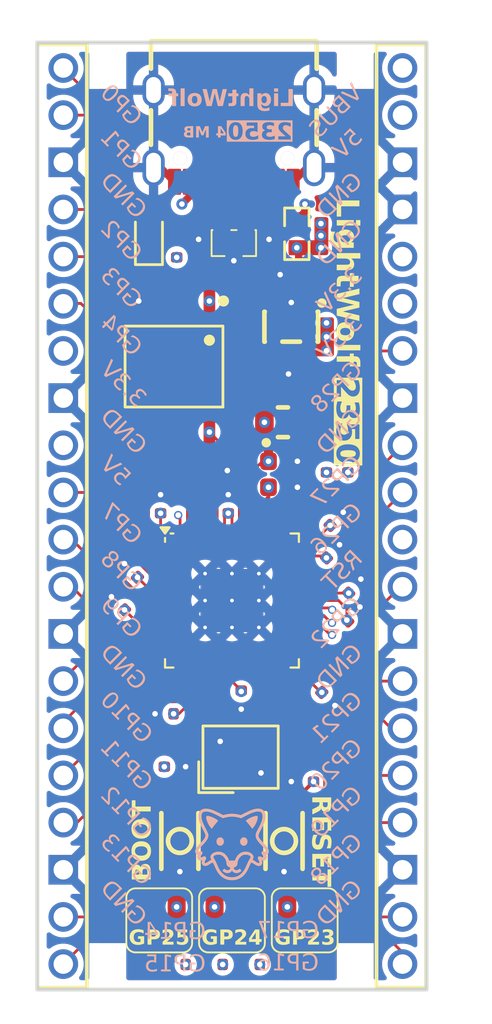
<source format=kicad_pcb>
(kicad_pcb (version 20241229) (generator "pcbnew") (generator_version "9.0")
  (layers (0 "F.Cu" signal) (4 "In1.Cu" signal) (6 "In2.Cu" signal) (2 "B.Cu" signal) (13 "F.Paste" user) (15 "B.Paste" user) (5 "F.SilkS" user "F.Silkscreen") (7 "B.SilkS" user "B.Silkscreen") (1 "F.Mask" user) (3 "B.Mask" user) (25 "Edge.Cuts" user))
  (net 0 "")
  (net 1 "GND")
  (net 2 "+1V1")
  (net 3 "+5V")
  (net 5 "Net-(USBC1-CC1)")
  (net 6 "Net-(USBC1-CC2)")
  (net 9 "Net-(U4-VREG_LX)")
  (net 10 "Net-(U4-RUN)")
  (net 11 "Net-(U4-USB_DP)")
  (net 12 "Net-(U4-USB_DM)")
  (net 13 "Net-(U4-VREG_AVDD)")
  (net 14 "Net-(R1-Pad1)")
  (net 16 "Net-(BOOT1-Pad1)")
  (net 17 "+3V3")
  (net 18 "/XIN")
  (net 19 "/XOUT")
  (net 20 "/USBDN")
  (net 21 "/USBDP")
  (net 22 "/RUN")
  (net 23 "/GP8")
  (net 25 "/GP7")
  (net 26 "/GP1")
  (net 27 "/GP12")
  (net 28 "/GP2")
  (net 29 "/GP0")
  (net 31 "/GP11")
  (net 32 "/GP10")
  (net 33 "/GP4")
  (net 34 "/GP3")
  (net 35 "/GP13")
  (net 36 "/GP9")
  (net 37 "/GP15")
  (net 38 "/GP14")
  (net 39 "/QSPI_SP1")
  (net 40 "/QSPI_SP0")
  (net 41 "/QSPI_SP3")
  (net 42 "/QSPI_SP2")
  (net 43 "/QSPI_CLK")
  (net 44 "/GP26")
  (net 45 "/GP21")
  (net 46 "/GP28")
  (net 47 "/GP16")
  (net 48 "/GP18")
  (net 49 "/GP27")
  (net 50 "/GP17")
  (net 51 "/GP22")
  (net 52 "/GP19")
  (net 53 "/GP20")
  (net 54 "/QSPI_SS")
  (net 55 "USBVBUS")
  (net 56 "Net-(D2-Pad2)")
  (net 57 "Net-(D4-Pad2)")
  (net 58 "Net-(D5-Pad2)")
  (net 59 "Net-(U4-GPIO25)")
  (net 60 "Net-(U4-GPIO24)")
  (net 61 "Net-(U4-GPIO23)")
  (net 64 "Net-(D3-Pad2)")
  (footprint "PCM_JLCPCB:Hole_Tooling_JLCPCB" (layer "F.Cu") (at 139.7 72)
    (property "Reference" "H1" (hide yes))
    (property "Value" "~" (hide yes))
  )
  (footprint "PCM_JLCPCB:R_0402" (layer "F.Cu") (at 142.75 110 -90)
    (property "Reference" "R8" (hide yes))
    (property "Value" "1kΩ" (hide yes))
  )
  (footprint "PCM_JLCPCB:C_0402" (layer "F.Cu") (at 146.2 95.35 90)
    (property "Reference" "C1" (hide yes))
    (property "Value" "470nF")
  )
  (footprint "easyeda2kicad:USB-C_SMD-TYPE-C-31-M-12_1" (layer "F.Cu") (at 146.5 75.5275 180)
    (property "Reference" "USBC1" (hide yes))
    (property "Value" "TYPE-C-31-M-12")
  )
  (footprint "PCM_JLCPCB:R_0402" (layer "F.Cu") (at 144.6 80.6 -90)
    (property "Reference" "R2" (hide yes))
    (property "Value" "5.1kΩ" (hide yes))
  )
  (footprint "easyeda2kicad:SW-SMD_L3.0-W2.0-LS3.5" (layer "F.Cu") (at 143.59 113.5 -90)
    (property "Reference" "BOOT1" (hide yes))
    (property "Value" "1TS015A-1400-0600-CT")
  )
  (footprint "PCM_JLCPCB:C_0402" (layer "F.Cu") (at 151.6 105.85 -45)
    (property "Reference" "C5" (hide yes))
    (property "Value" "100nF")
  )
  (footprint "PCM_JLCPCB:C_0603" (layer "F.Cu") (at 149.15 93.05)
    (property "Reference" "C18" (hide yes))
    (property "Value" "4.7uF")
  )
  (footprint "PCM_JLCPCB:D_0603" (layer "F.Cu") (at 141.92 80.97 90)
    (property "Reference" "D2" (hide yes))
    (property "Value" "White")
  )
  (footprint "PCM_JLCPCB:R_0402" (layer "F.Cu") (at 149.6 107.75 90)
    (property "Reference" "R1" (hide yes))
    (property "Value" "1kΩ" (hide yes))
  )
  (footprint "easyeda2kicad:R0603" (layer "F.Cu") (at 149.9 80.8 -90)
    (property "Reference" "U2" (hide yes))
    (property "Value" "0603L100SLYR")
  )
  (footprint "PCM_JLCPCB:R_0402" (layer "F.Cu") (at 143.42 81.57 90)
    (property "Reference" "R4" (hide yes))
    (property "Value" "470Ω" (hide yes))
  )
  (footprint "PCM_JLCPCB:D_0805" (layer "F.Cu") (at 142.475 117.05 180)
    (property "Reference" "D3" (hide yes))
    (property "Value" "Yellow" (hide yes))
  )
  (footprint "PCM_JLCPCB:C_0402" (layer "F.Cu") (at 151.85 97.9 45)
    (property "Reference" "C7" (hide yes))
    (property "Value" "100nF")
  )
  (footprint "PCM_JLCPCB:C_0402" (layer "F.Cu") (at 143.9 110 90)
    (property "Reference" "C10" (hide yes))
    (property "Value" "15pF")
  )
  (footprint "PCM_JLCPCB:R_0402" (layer "F.Cu") (at 151.5 94.15 -90)
    (property "Reference" "R9" (hide yes))
    (property "Value" "33Ω" (hide yes))
  )
  (footprint "PCM_JLCPCB:C_0402" (layer "F.Cu") (at 152.65 94.15 -90)
    (property "Reference" "C19" (hide yes))
    (property "Value" "4.7uF")
  )
  (footprint "PCM_JLCPCB:C_0402" (layer "F.Cu") (at 153 101.3 45)
    (property "Reference" "C6" (hide yes))
    (property "Value" "100nF")
  )
  (footprint "PCM_JLCPCB:Hole_Tooling_JLCPCB" (layer "F.Cu") (at 153.05 72)
    (property "Reference" "H3" (hide yes))
    (property "Value" "~" (hide yes))
  )
  (footprint "PCM_JLCPCB:C_0402" (layer "F.Cu") (at 146.9 105.9 -90)
    (property "Reference" "C14" (hide yes))
    (property "Value" "100nF")
  )
  (footprint "PCM_JLCPCB:C_0402" (layer "F.Cu") (at 140.95 98.95 135)
    (property "Reference" "C13" (hide yes))
    (property "Value" "100nF")
  )
  (footprint "PCM_JLCPCB:Hole_Tooling_JLCPCB" (layer "F.Cu") (at 139.7 120)
    (property "Reference" "H2" (hide yes))
    (property "Value" "~" (hide yes))
  )
  (footprint "easyeda2kicad:SC-70-3_L2.0-W1.3-P0.65-LS2.1-BL" (layer "F.Cu") (at 146.5 81.3 180)
    (property "Reference" "D1" (hide yes))
    (property "Value" "TPD2E2U06DCKR")
  )
  (footprint "PCM_JLCPCB:C_0402" (layer "F.Cu") (at 149.95 88.35 180)
    (property "Reference" "C12" (hide yes))
    (property "Value" "10uF")
  )
  (footprint "easyeda2kicad:IND-SMD_L2.0-W1.6_AOTA-B201610S3R3-101-T" (layer "F.Cu") (at 149.15 90.95 180)
    (property "Reference" "L1" (hide yes))
    (property "Value" "AOTA-B201610S3R3-101-T")
  )
  (footprint "PCM_JLCPCB:R_0402" (layer "F.Cu") (at 150.8 109.8 -90)
    (property "Reference" "R13" (hide yes))
    (property "Value" "5.1kΩ" (hide yes))
  )
  (footprint "PCM_JLCPCB:C_0402" (layer "F.Cu") (at 142.55 95.35 90)
    (property "Reference" "C2" (hide yes))
    (property "Value" "100nF")
  )
  (footprint "PCM_JLCPCB:Hole_Tooling_JLCPCB" (layer "F.Cu") (at 153.05 120)
    (property "Reference" "H4" (hide yes))
    (property "Value" "~" (hide yes))
  )
  (footprint "PCM_JLCPCB:C_0402" (layer "F.Cu") (at 153.05 99.8 45)
    (property "Reference" "C15" (hide yes))
    (property "Value" "100nF")
  )
  (footprint "PCM_JLCPCB:R_0402" (layer "F.Cu") (at 147.6 88.75 -90)
    (property "Reference" "R7" (hide yes))
    (property "Value" "33Ω" (hide yes))
  )
  (footprint "PCM_JLCPCB:R_0402" (layer "F.Cu") (at 146.65 88.75 -90)
    (property "Reference" "R6" (hide yes))
    (property "Value" "33Ω" (hide yes))
  )
  (footprint "PCM_JLCPCB:C_0402" (layer "F.Cu") (at 146.15 93.05 -90)
    (property "Reference" "C16" (hide yes))
    (property "Value" "100nF")
  )
  (footprint "PCM_JLCPCB:C_0402" (layer "F.Cu") (at 149.5 83 180)
    (property "Reference" "C9" (hide yes))
    (property "Value" "10uF")
  )
  (footprint "easyeda2kicad:SOT-25_L3.0-W1.6-P0.95-LS2.8-TL" (layer "F.Cu") (at 149.6 85.8 -90)
    (property "Reference" "Q1" (hide yes))
    (property "Value" "XC6220B331MR-G")
  )
  (footprint "PCM_JLCPCB:R_0402" (layer "F.Cu") (at 148.4 120.15 180)
    (property "Reference" "R12" (hide yes))
    (property "Value" "470Ω" (hide yes))
  )
  (footprint "PCM_JLCPCB:R_0402" (layer "F.Cu") (at 148.4 80.6 90)
    (property "Reference" "R3" (hide yes))
    (property "Value" "5.1kΩ" (hide yes))
  )
  (footprint "PCM_JLCPCB:C_0402" (layer "F.Cu") (at 142.75 106.65 180)
    (property "Reference" "C4" (hide yes))
    (property "Value" "100nF")
  )
  (footprint "easyeda2kicad:SW-SMD_L3.0-W2.0-LS3.5" (layer "F.Cu") (at 149.21 113.5 -90)
    (property "Reference" "RESET1" (hide yes))
    (property "Value" "1TS015A-1400-0600-CT")
  )
  (footprint "easyeda2kicad:CRYSTAL-SMD_4P-L3.2-W2.5-BL" (layer "F.Cu") (at 146.865 108.985)
    (property "Reference" "U1" (hide yes))
    (property "Value" "ABM8-272-T3_C20625731")
  )
  (footprint "Package_DFN_QFN:QFN-60-1EP_7x7mm_P0.4mm_EP3.4x3.4mm_ThermalVias" (layer "F.Cu") (at 146.4 100.55)
    (property "Reference" "U4" (hide yes))
    (property "Value" "RP2350A_C42411118")
  )
  (footprint "PCM_JLCPCB:R_0402" (layer "F.Cu") (at 146.4 120.15 180)
    (property "Reference" "R11" (hide yes))
    (property "Value" "470Ω" (hide yes))
  )
  (footprint "easyeda2kicad:HDR-TH_20P-P2.54-V-M" (layer "F.Cu") (at 155.6 96 90)
    (property "Reference" "U6" (hide yes))
    (property "Value" "DS1021-1X20SF11-B")
  )
  (footprint "PCM_JLCPCB:R_0402" (layer "F.Cu") (at 144.4 120.15 180)
    (property "Reference" "R10" (hide yes))
    (property "Value" "470Ω" (hide yes))
  )
  (footprint "PCM_JLCPCB:C_0603" (layer "F.Cu") (at 149.15 94.45)
    (property "Reference" "C17" (hide yes))
    (property "Value" "4.7uF")
  )
  (footprint "PCM_JLCPCB:C_0402" (layer "F.Cu") (at 149.6 109.8 -90)
    (property "Reference" "C11" (hide yes))
    (property "Value" "15pF")
  )
  (footprint "PCM_JLCPCB:D_0805" (layer "F.Cu") (at 146.4 117.05)
    (property "Reference" "D4" (hide yes))
    (property "Value" "Green" (hide yes))
  )
  (footprint "easyeda2kicad:SOIC-8_L5.3-W5.3-P1.27-LS8.0-BL" (layer "F.Cu") (at 143.2725 87.95 180)
    (property "Reference" "U3" (hide yes))
    (property "Value" "W25Q64JVSSIQ_C179171")
  )
  (footprint "PCM_JLCPCB:C_0402" (layer "F.Cu") (at 152.05 96.15 45)
    (property "Reference" "C8" (hide yes))
    (property "Value" "100nF")
  )
  (footprint "easyeda2kicad:HDR-TH_20P-P2.54-V-M" (layer "F.Cu") (at 137.3 96 90)
    (property "Reference" "U5" (hide yes))
    (property "Value" "DS1021-1X20SF11-B")
  )
  (footprint "PCM_JLCPCB:D_0805" (layer "F.Cu") (at 150.325 117.05)
    (property "Reference" "D5" (hide yes))
    (property "Value" "Green" (hide yes))
  )
  (footprint "PCM_JLCPCB:C_0402" (layer "F.Cu") (at 140.25 100.7 135)
    (property "Reference" "C3" (hide yes))
    (property "Value" "100nF")
  )
  (footprint "LOGO" (layer "B.Cu") (at 146.395182 113.7 180)
    (property "Reference" "G***" (hide yes))
    (property "Value" "LOGO" (hide yes))
  )
  (gr_arc (start 144.625 116.55) (mid 144.771447 116.196447) (end 145.125 116.05) (stroke (width 0.1)) (layer "F.SilkS"))
  (gr_arc (start 140.7 116.55) (mid 140.846447 116.196447) (end 141.2 116.05) (stroke (width 0.1)) (layer "F.SilkS"))
  (gr_arc (start 152.1 119) (mid 151.953553 119.353553) (end 151.6 119.5) (stroke (width 0.1)) (layer "F.SilkS"))
  (gr_line (start 145.125 116.05) (end 147.675 116.05) (stroke (width 0.1)) (layer "F.SilkS"))
  (gr_line (start 148.55 119) (end 148.55 116.55) (stroke (width 0.1)) (layer "F.SilkS"))
  (gr_arc (start 144.25 119) (mid 144.103553 119.353553) (end 143.75 119.5) (stroke (width 0.1)) (layer "F.SilkS"))
  (gr_arc (start 145.125 119.5) (mid 144.771447 119.353553) (end 144.625 119) (stroke (width 0.1)) (layer "F.SilkS"))
  (gr_line (start 148.175 116.55) (end 148.175 119) (stroke (width 0.1)) (layer "F.SilkS"))
  (gr_line (start 151.6 119.5) (end 149.05 119.5) (stroke (width 0.1)) (layer "F.SilkS"))
  (gr_line (start 149.05 116.05) (end 151.6 116.05) (stroke (width 0.1)) (layer "F.SilkS"))
  (gr_arc (start 147.675 116.05) (mid 148.028553 116.196447) (end 148.175 116.55) (stroke (width 0.1)) (layer "F.SilkS"))
  (gr_arc (start 143.75 116.05) (mid 144.103553 116.196447) (end 144.25 116.55) (stroke (width 0.1)) (layer "F.SilkS"))
  (gr_arc (start 141.2 119.5) (mid 140.846447 119.353553) (end 140.7 119) (stroke (width 0.1)) (layer "F.SilkS"))
  (gr_arc (start 149.05 119.5) (mid 148.696447 119.353553) (end 148.55 119) (stroke (width 0.1)) (layer "F.SilkS"))
  (gr_arc (start 148.55 116.55) (mid 148.696447 116.196447) (end 149.05 116.05) (stroke (width 0.1)) (layer "F.SilkS"))
  (gr_line (start 152.1 116.55) (end 152.1 119) (stroke (width 0.1)) (layer "F.SilkS"))
  (gr_line (start 141.2 116.05) (end 143.75 116.05) (stroke (width 0.1)) (layer "F.SilkS"))
  (gr_line (start 140.7 119) (end 140.7 116.55) (stroke (width 0.1)) (layer "F.SilkS"))
  (gr_line (start 144.625 119) (end 144.625 116.55) (stroke (width 0.1)) (layer "F.SilkS"))
  (gr_line (start 144.25 116.55) (end 144.25 119) (stroke (width 0.1)) (layer "F.SilkS"))
  (gr_arc (start 151.6 116.05) (mid 151.953553 116.196447) (end 152.1 116.55) (stroke (width 0.1)) (layer "F.SilkS"))
  (gr_line (start 143.75 119.5) (end 141.2 119.5) (stroke (width 0.1)) (layer "F.SilkS"))
  (gr_line (start 147.675 119.5) (end 145.125 119.5) (stroke (width 0.1)) (layer "F.SilkS"))
  (gr_arc (start 148.175 119) (mid 148.028553 119.353553) (end 147.675 119.5) (stroke (width 0.1)) (layer "F.SilkS"))
  (gr_rect (start 135.9 70.5) (end 156.9 121.5) (stroke (width 0.2)) (fill no) (layer "Edge.Cuts"))
  (gr_text "2350" (at 152.55 88.55 270) (layer "F.SilkS" knockout) (effects (font (size 1.2 1.2)) (justify left)))
  (gr_text "LightWolf" (at 152.55 78.85 270) (layer "F.SilkS") (effects (font (size 1.2 1.2) (thickness 0.1625)) (justify left)))
  (gr_text "RESET" (at 151.15 113.5 270) (layer "F.SilkS") (effects (font (size 1 1) (thickness 0.25) (bold yes))))
  (gr_text "GP25" (at 142.475 118.75 0) (layer "F.SilkS") (effects (font (size 0.8 0.8) (thickness 0.1875))))
  (gr_text "GP23" (at 150.325 118.75 0) (layer "F.SilkS") (effects (font (size 0.8 0.8) (thickness 0.1875))))
  (gr_text "BOOT" (at 141.6 113.5 90) (layer "F.SilkS") (effects (font (size 1 1) (thickness 0.25) (bold yes))))
  (gr_text "GP24" (at 146.4 118.75 0) (layer "F.SilkS") (effects (font (size 0.8 0.8) (thickness 0.1875))))
  (gr_text "3.3V" (at 153.25 85.4 45) (layer "B.SilkS") (effects (font (size 0.9 0.9) (thickness 0.125)) (justify left mirror)))
  (gr_text "GP8" (at 139.5 98.1 315) (layer "B.SilkS") (effects (font (size 0.9 0.9) (thickness 0.125)) (justify right mirror)))
  (gr_text "GP28" (at 153.25 87.9 45) (layer "B.SilkS") (effects (font (size 0.9 0.9) (thickness 0.125)) (justify left mirror)))
  (gr_text "GND" (at 153.25 103.15 45) (layer "B.SilkS") (effects (font (size 0.9 0.9) (thickness 0.125)) (justify left mirror)))
  (gr_text "GP10" (at 139.5 105.7 315) (layer "B.SilkS") (effects (font (size 0.9 0.9) (thickness 0.125)) (justify right mirror)))
  (gr_text "GP27" (at 153.25 93 45) (layer "B.SilkS") (effects (font (size 0.9 0.9) (thickness 0.125)) (justify left mirror)))
  (gr_text "GP21" (at 153.25 105.7 45) (layer "B.SilkS") (effects (font (size 0.9 0.9) (thickness 0.125)) (justify left mirror)))
  (gr_text "GP16" (at 147.75 120.1 0) (layer "B.SilkS") (effects (font (size 0.9 0.9) (thickness 0.125)) (justify right mirror)))
  (gr_text "GP4" (at 139.5 85.4 315) (layer "B.SilkS") (effects (font (size 0.9 0.9) (thickness 0.125)) (justify right mirror)))
  (gr_text "GP1" (at 139.5 75.4 315) (layer "B.SilkS") (effects (font (size 0.9 0.9) (thickness 0.125)) (justify right mirror)))
  (gr_text "GND" (at 139.5 77.75 315) (layer "B.SilkS") (effects (font (size 0.9 0.9) (thickness 0.125)) (justify right mirror)))
  (gr_text "LightWolf" (at 149.798835 73.55 0) (layer "B.SilkS") (effects (font (size 0.9 0.9) (thickness 0.1625)) (justify left mirror)))
  (gr_text "3.3V" (at 139.5 87.9 315) (layer "B.SilkS") (effects (font (size 0.9 0.9) (thickness 0.125)) (justify right mirror)))
  (gr_text "GP19" (at 153.25 110.8 45) (layer "B.SilkS") (effects (font (size 0.9 0.9) (thickness 0.125)) (justify left mirror)))
  (gr_text "GP20" (at 153.25 108.25 45) (layer "B.SilkS") (effects (font (size 0.9 0.9) (thickness 0.125)) (justify left mirror)))
  (gr_text "GP3" (at 139.5 82.85 315) (layer "B.SilkS") (effects (font (size 0.9 0.9) (thickness 0.125)) (justify right mirror)))
  (gr_text "GND" (at 153.25 80.3 45) (layer "B.SilkS") (effects (font (size 0.9 0.9) (thickness 0.125)) (justify left mirror)))
  (gr_text "VBUS" (at 153.25 73 45) (layer "B.SilkS") (effects (font (size 0.9 0.9) (thickness 0.125)) (justify left mirror)))
  (gr_text "GP0" (at 139.5 73 315) (layer "B.SilkS") (effects (font (size 0.9 0.9) (thickness 0.125)) (justify right mirror)))
  (gr_text "GP12" (at 139.5 110.8 315) (layer "B.SilkS") (effects (font (size 0.9 0.9) (thickness 0.125)) (justify right mirror)))
  (gr_text "GP22" (at 153.25 100.6 45) (layer "B.SilkS") (effects (font (size 0.9 0.9) (thickness 0.125)) (justify left mirror)))
  (gr_text "GND" (at 139.5 90.45 315) (layer "B.SilkS") (effects (font (size 0.9 0.9) (thickness 0.125)) (justify right mirror)))
  (gr_text "RST" (at 153.25 98.1 45) (layer "B.SilkS") (effects (font (size 0.9 0.9) (thickness 0.125)) (justify left mirror)))
  (gr_text "GP15" (at 141.65 120.15 0) (layer "B.SilkS") (effects (font (size 0.9 0.9) (thickness 0.125)) (justify right mirror)))
  (gr_text "GND" (at 139.5 115.85 315) (layer "B.SilkS") (effects (font (size 0.9 0.9) (thickness 0.125)) (justify right mirror)))
  (gr_text "GND" (at 153.25 77.75 45) (layer "B.SilkS") (effects (font (size 0.9 0.9) (thickness 0.125)) (justify left mirror)))
  (gr_text "3.3V" (at 153.25 82.85 45) (layer "B.SilkS") (effects (font (size 0.9 0.9) (thickness 0.125)) (justify left mirror)))
  (gr_text "GP9" (at 139.5 100.6 315) (layer "B.SilkS") (effects (font (size 0.9 0.9) (thickness 0.125)) (justify right mirror)))
  (gr_text "GP17" (at 147.75 118.35 0) (layer "B.SilkS") (effects (font (size 0.9 0.9) (thickness 0.125)) (justify right mirror)))
  (gr_text "GP2" (at 139.5 80.3 315) (layer "B.SilkS") (effects (font (size 0.9 0.9) (thickness 0.125)) (justify right mirror)))
  (gr_text "GND" (at 153.25 90.45 45) (layer "B.SilkS") (effects (font (size 0.9 0.9) (thickness 0.125)) (justify left mirror)))
  (gr_text "GND" (at 139.5 103.15 315) (layer "B.SilkS") (effects (font (size 0.9 0.9) (thickness 0.125)) (justify right mirror)))
  (gr_text "GP11" (at 139.5 108.25 315) (layer "B.SilkS") (effects (font (size 0.9 0.9) (thickness 0.125)) (justify right mirror)))
  (gr_text "GP18" (at 153.25 113.35 45) (layer "B.SilkS") (effects (font (size 0.9 0.9) (thickness 0.125)) (justify left mirror)))
  (gr_text "5V" (at 153.25 75.4 45) (layer "B.SilkS") (effects (font (size 0.9 0.9) (thickness 0.125)) (justify left mirror)))
  (gr_text "GP14" (at 141.65 118.4 0) (layer "B.SilkS") (effects (font (size 0.9 0.9) (thickness 0.125)) (justify right mirror)))
  (gr_text "2350" (at 149.667056 75.35 0) (layer "B.SilkS" knockout) (effects (font (size 0.9 0.9)) (justify left mirror)))
  (gr_text "GP13" (at 139.5 113.35 315) (layer "B.SilkS") (effects (font (size 0.9 0.9) (thickness 0.125)) (justify right mirror)))
  (gr_text "GND" (at 153.25 115.85 45) (layer "B.SilkS") (effects (font (size 0.9 0.9) (thickness 0.125)) (justify left mirror)))
  (gr_text "5V" (at 139.5 93 315) (layer "B.SilkS") (effects (font (size 0.9 0.9) (thickness 0.125)) (justify right mirror)))
  (gr_text "GP26" (at 153.25 95.55 45) (layer "B.SilkS") (effects (font (size 0.9 0.9) (thickness 0.125)) (justify left mirror)))
  (gr_text "4 MB" (at 146.1 75.716763 0) (layer "B.SilkS") (effects (font (size 0.6 0.6) (thickness 0.1) (bold yes)) (justify left bottom mirror)))
  (gr_text "GP7" (at 139.5 95.55 315) (layer "B.SilkS") (effects (font (size 0.9 0.9) (thickness 0.125)) (justify right mirror)))
  (segment (start 146.6125 100.55) (end 146.6 100.55) (width 0.2) (layer "F.Cu") (net 1))
  (segment (start 146.6125 100.5625) (end 146.6125 100.55) (width 0.2) (layer "F.Cu") (net 1))
  (segment (start 142.54 77.2375) (end 143.3 77.9975) (width 0.4) (layer "F.Cu") (net 1))
  (segment (start 149.6 110.3) (end 149.6 110.25) (width 0.2) (layer "F.Cu") (net 1))
  (segment (start 148.8 96.05) (end 149.93 94.92) (width 0.2) (layer "F.Cu") (net 1))
  (segment (start 148.8 97.1) (end 148.8 96.05) (width 0.2) (layer "F.Cu") (net 1))
  (segment (start 150.46 77.2375) (end 149.7 77.9975) (width 0.4) (layer "F.Cu") (net 1))
  (segment (start 149.93 94.92) (end 149.93 94.45) (width 0.2) (layer "F.Cu") (net 1))
  (segment (start 142.17 77.2375) (end 142.54 77.2375) (width 0.4) (layer "F.Cu") (net 1))
  (segment (start 146.6125 100.5375) (end 146.6125 100.55) (width 0.2) (layer "F.Cu") (net 1))
  (segment (start 150.83 77.2375) (end 150.46 77.2375) (width 0.4) (layer "F.Cu") (net 1))
  (via (at 146.2 94.85) (size 0.6) (drill 0.3) (layers "F.Cu" "B.Cu") (net 1))
  (via (at 143.9 109.5) (size 0.6) (drill 0.3) (layers "F.Cu" "B.Cu") (net 1))
  (via (at 148.4 81.1) (size 0.6) (drill 0.3) (layers "F.Cu" "B.Cu") (net 1))
  (via (at 149.93 94.45) (size 0.6) (drill 0.3) (layers "F.Cu" "B.Cu") (net 1))
  (via (at 153.303553 100.896447) (size 0.6) (drill 0.3) (layers "F.Cu" "B.Cu") (net 1))
  (via (at 151.953553 106.203553) (size 0.6) (drill 0.3) (layers "F.Cu" "B.Cu") (net 1))
  (via (at 149.6 110.3) (size 0.6) (drill 0.3) (layers "F.Cu" "B.Cu") (net 1))
  (via (at 152.403553 95.796447) (size 0.6) (drill 0.3) (layers "F.Cu" "B.Cu") (net 1))
  (via (at 146.9 106.4) (size 0.6) (drill 0.3) (layers "F.Cu" "B.Cu") (net 1))
  (via (at 139.896447 100.346447) (size 0.6) (drill 0.3) (layers "F.Cu" "B.Cu") (net 1))
  (via (at 147.965 109.835) (size 0.6) (drill 0.3) (layers "F.Cu" "B.Cu") (net 1))
  (via (at 141.3725 84.42) (size 0.6) (drill 0.3) (layers "F.Cu" "B.Cu") (net 1))
  (via (at 153.353553 99.396447) (size 0.6) (drill 0.3) (layers "F.Cu" "B.Cu") (net 1))
  (via (at 149.21 115.15) (size 0.6) (drill 0.3) (layers "F.Cu" "B.Cu") (net 1))
  (via (at 143.59 115.15) (size 0.6) (drill 0.3) (layers "F.Cu" "B.Cu") (net 1))
  (via (at 144.6 81.1) (size 0.6) (drill 0.3) (layers "F.Cu" "B.Cu") (net 1))
  (via (at 152.203553 97.546447) (size 0.6) (drill 0.3) (layers "F.Cu" "B.Cu") (net 1))
  (via (at 142.25 106.65) (size 0.6) (drill 0.3) (layers "F.Cu" "B.Cu") (net 1))
  (via (at 149 83) (size 0.6) (drill 0.3) (layers "F.Cu" "B.Cu") (net 1))
  (via (at 149.93 93.05) (size 0.6) (drill 0.3) (layers "F.Cu" "B.Cu") (net 1))
  (via (at 142.55 94.85) (size 0.6) (drill 0.3) (layers "F.Cu" "B.Cu") (net 1))
  (via (at 149.6 84.5) (size 0.6) (drill 0.3) (layers "F.Cu" "B.Cu") (net 1))
  (via (at 145.765 108.135) (size 0.6) (drill 0.3) (layers "F.Cu" "B.Cu") (net 1))
  (via (at 146.15 93.55) (size 0.6) (drill 0.3) (layers "F.Cu" "B.Cu") (net 1))
  (via (at 146.5 82.25) (size 0.6) (drill 0.3) (layers "F.Cu" "B.Cu") (net 1))
  (via (at 140.599206 98.563968) (size 0.6) (drill 0.3) (layers "F.Cu" "B.Cu") (net 1))
  (via (at 149.45 88.35) (size 0.6) (drill 0.3) (layers "F.Cu" "B.Cu") (net 1))
  (segment (start 146.4 104) (end 146.4 104.9) (width 0.15) (layer "F.Cu") (net 2))
  (segment (start 148.05 93.05) (end 148.37 93.05) (width 0.15) (layer "F.Cu") (net 2))
  (segment (start 152.692894 100.15) (end 149.85 100.15) (width 0.15) (layer "F.Cu") (net 2))
  (segment (start 146.4 104.9) (end 146.9 105.4) (width 0.15) (layer "F.Cu") (net 2))
  (segment (start 147.6 97.1) (end 147.6 93.5) (width 0.15) (layer "F.Cu") (net 2))
  (segment (start 147.6 93.5) (end 148.05 93.05) (width 0.15) (layer "F.Cu") (net 2))
  (segment (start 141.75 99.75) (end 142.95 99.75) (width 0.15) (layer "F.Cu") (net 2))
  (segment (start 152.696447 100.153553) (end 152.692894 100.15) (width 0.15) (layer "F.Cu") (net 2))
  (segment (start 141.303553 99.303553) (end 141.75 99.75) (width 0.15) (layer "F.Cu") (net 2))
  (via (at 152.696447 100.153553) (size 0.6) (drill 0.3) (layers "F.Cu" "B.Cu") (net 2))
  (via (at 148.37 93.05) (size 0.6) (drill 0.3) (layers "F.Cu" "B.Cu") (net 2))
  (via (at 146.9 105.45) (size 0.6) (drill 0.3) (layers "F.Cu" "B.Cu") (net 2))
  (via (at 141.303553 99.303553) (size 0.6) (drill 0.3) (layers "F.Cu" "B.Cu") (net 2))
  (via (at 148.15 90.95) (size 0.6) (drill 0.3) (layers "F.Cu" "B.Cu") (net 2))
  (segment (start 152.696447 100.153553) (end 152.692894 100.15) (width 0.3) (layer "B.Cu") (net 2))
  (segment (start 148.65 84.5) (end 148.65 84.048) (width 0.3) (layer "F.Cu") (net 3))
  (segment (start 148.65 84.048) (end 149.037 83.661) (width 0.3) (layer "F.Cu") (net 3))
  (segment (start 149.648999 83.661) (end 150 83.309999) (width 0.3) (layer "F.Cu") (net 3))
  (segment (start 150 83.309999) (end 150 83) (width 0.3) (layer "F.Cu") (net 3))
  (segment (start 150.55 83.55) (end 150.55 84.5) (width 0.4) (layer "F.Cu") (net 3))
  (segment (start 149.037 83.661) (end 149.648999 83.661) (width 0.3) (layer "F.Cu") (net 3))
  (segment (start 150 81.65) (end 149.9 81.55) (width 0.4) (layer "F.Cu") (net 3))
  (segment (start 150 83) (end 150 81.65) (width 0.4) (layer "F.Cu") (net 3))
  (segment (start 150 83) (end 150.55 83.55) (width 0.4) (layer "F.Cu") (net 3))
  (via (at 151.2 80.9) (size 0.6) (drill 0.3) (layers "F.Cu" "B.Cu") (net 3))
  (via (at 151.2 81.55) (size 0.6) (drill 0.3) (layers "F.Cu" "B.Cu") (net 3))
  (via (at 149.9 81.55) (size 0.6) (drill 0.3) (layers "F.Cu" "B.Cu") (net 3))
  (via (at 151.2 80.25) (size 0.6) (drill 0.3) (layers "F.Cu" "B.Cu") (net 3))
  (segment (start 147.75 77.9975) (end 147.75 79.45) (width 0.2) (layer "F.Cu") (net 5))
  (segment (start 147.75 79.45) (end 148.4 80.1) (width 0.2) (layer "F.Cu") (net 5))
  (segment (start 144.6 80) (end 144.761 79.839) (width 0.2) (layer "F.Cu") (net 6))
  (segment (start 144.761 79.839) (end 144.761 77.9975) (width 0.2) (layer "F.Cu") (net 6))
  (segment (start 144.6 80.1) (end 144.6 80) (width 0.2) (layer "F.Cu") (net 6))
  (segment (start 149.15 94.95) (end 149.15 94.75) (width 0.15) (layer "F.Cu") (net 9))
  (segment (start 148.4 95.7) (end 149.15 94.95) (width 0.15) (layer "F.Cu") (net 9))
  (segment (start 149.15 94.75) (end 149.15 91.95) (width 0.2) (layer "F.Cu") (net 9))
  (segment (start 150.15 90.95) (end 149.15 91.95) (width 0.3) (layer "F.Cu") (net 9))
  (segment (start 148.4 97.1) (end 148.4 95.7) (width 0.15) (layer "F.Cu") (net 9))
  (segment (start 149.802194 106.55) (end 148.553612 106.55) (width 0.15) (layer "F.Cu") (net 10))
  (segment (start 148.553612 106.55) (end 147.6 105.596388) (width 0.15) (layer "F.Cu") (net 10))
  (segment (start 150.8 107.547806) (end 149.802194 106.55) (width 0.15) (layer "F.Cu") (net 10))
  (segment (start 150.8 109.3) (end 150.8 107.547806) (width 0.15) (layer "F.Cu") (net 10))
  (segment (start 147.6 105.596388) (end 147.6 104) (width 0.15) (layer "F.Cu") (net 10))
  (segment (start 146.65 89.9) (end 146.65 89.25) (width 0.15) (layer "F.Cu") (net 11))
  (segment (start 146.8 97.1) (end 146.8 90.05) (width 0.15) (layer "F.Cu") (net 11))
  (segment (start 146.8 90.05) (end 146.65 89.9) (width 0.15) (layer "F.Cu") (net 11))
  (segment (start 147.2 97.1) (end 147.2 90.05) (width 0.15) (layer "F.Cu") (net 12))
  (segment (start 147.6 89.65) (end 147.6 89.25) (width 0.15) (layer "F.Cu") (net 12))
  (segment (start 147.2 90.05) (end 147.6 89.65) (width 0.15) (layer "F.Cu") (net 12))
  (segment (start 149.2 97.1) (end 149.2 96.45) (width 0.15) (layer "F.Cu") (net 13))
  (segment (start 151 94.65) (end 151.5 94.65) (width 0.15) (layer "F.Cu") (net 13))
  (segment (start 149.2 96.45) (end 151 94.65) (width 0.15) (layer "F.Cu") (net 13))
  (segment (start 148.08 108.25) (end 149.6 108.25) (width 0.15) (layer "F.Cu") (net 14))
  (segment (start 147.965 108.135) (end 148.08 108.25) (width 0.15) (layer "F.Cu") (net 14))
  (segment (start 142.75 110.5) (end 142.75 111.01) (width 0.15) (layer "F.Cu") (net 16))
  (segment (start 142.75 111.01) (end 143.59 111.85) (width 0.15) (layer "F.Cu") (net 16))
  (segment (start 149.2 104) (end 149.2 104.95) (width 0.15) (layer "F.Cu") (net 17))
  (segment (start 151.392894 98.15) (end 151.496447 98.253553) (width 0.15) (layer "F.Cu") (net 17))
  (segment (start 146 96.05) (end 146.2 95.85) (width 0.15) (layer "F.Cu") (net 17))
  (segment (start 150.55 87.1) (end 150.55 88.25) (width 0.3) (layer "F.Cu") (net 17))
  (segment (start 143.535554 106.65) (end 143.25 106.65) (width 0.15) (layer "F.Cu") (net 17))
  (segment (start 146.4 96.05) (end 146.2 95.85) (width 0.15) (layer "F.Cu") (net 17))
  (segment (start 148.37 94.45) (end 148.37 94.98) (width 0.2) (layer "F.Cu") (net 17))
  (segment (start 148.37 94.98) (end 148 95.35) (width 0.2) (layer "F.Cu") (net 17))
  (segment (start 149.85 100.55) (end 151.412925 100.55) (width 0.15) (layer "F.Cu") (net 17))
  (segment (start 150.75 105.05) (end 151.196447 105.496447) (width 0.15) (layer "F.Cu") (net 17))
  (segment (start 150.55 88.25) (end 150.45 88.35) (width 0.3) (layer "F.Cu") (net 17))
  (segment (start 152.6 101) (end 152.6 101.6) (width 0.15) (layer "F.Cu") (net 17))
  (segment (start 142.55 95.85) (end 142.55 97.35) (width 0.15) (layer "F.Cu") (net 17))
  (segment (start 150.45 97.75) (end 151.696447 96.503553) (width 0.15) (layer "F.Cu") (net 17))
  (segment (start 151.413925 100.549) (end 152.149 100.549) (width 0.15) (layer "F.Cu") (net 17))
  (segment (start 145.1825 91.48) (end 146.15 92.4475) (width 0.15) (layer "F.Cu") (net 17))
  (segment (start 142.55 97.35) (end 142.95 97.75) (width 0.15) (layer "F.Cu") (net 17))
  (segment (start 151.412925 100.55) (end 151.413925 100.549) (width 0.15) (layer "F.Cu") (net 17))
  (segment (start 145.2 104) (end 145.2 104.985554) (width 0.15) (layer "F.Cu") (net 17))
  (segment (start 142.95 101.75) (end 141.3 101.75) (width 0.15) (layer "F.Cu") (net 17))
  (segment (start 146.4 97.1) (end 146.4 96.05) (width 0.15) (layer "F.Cu") (net 17))
  (segment (start 146.15 92.4475) (end 146.15 92.55) (width 0.15) (layer "F.Cu") (net 17))
  (segment (start 149.85 98.15) (end 151.392894 98.15) (width 0.15) (layer "F.Cu") (net 17))
  (segment (start 146 97.1) (end 146 96.05) (width 0.15) (layer "F.Cu") (net 17))
  (segment (start 151.196447 105.496447) (end 151.246447 105.496447) (width 0.15) (layer "F.Cu") (net 17))
  (segment (start 149.85 97.75) (end 150.45 97.75) (width 0.15) (layer "F.Cu") (net 17))
  (segment (start 140.603553 101.053553) (end 140.453553 101.203553) (width 0.15) (layer "F.Cu") (net 17))
  (segment (start 141.3 101.75) (end 140.603553 101.053553) (width 0.15) (layer "F.Cu") (net 17))
  (segment (start 152.149 100.549) (end 152.6 101) (width 0.15) (layer "F.Cu") (net 17))
  (segment (start 145.2 104.985554) (end 143.535554 106.65) (width 0.15) (layer "F.Cu") (net 17))
  (segment (start 148 97.1) (end 148 95.35) (width 0.15) (layer "F.Cu") (net 17))
  (segment (start 152.6 101.6) (end 152.596447 101.603553) (width 0.15) (layer "F.Cu") (net 17))
  (segment (start 149.2 104.95) (end 149.3 105.05) (width 0.15) (layer "F.Cu") (net 17))
  (segment (start 149.3 105.05) (end 150.75 105.05) (width 0.15) (layer "F.Cu") (net 17))
  (via (at 146.2 95.85) (size 0.6) (drill 0.3) (layers "F.Cu" "B.Cu") (net 17))
  (via (at 143.42 82.07) (size 0.6) (drill 0.3) (layers "F.Cu" "B.Cu") (net 17))
  (via (at 152.596447 101.603553) (size 0.6) (drill 0.3) (layers "F.Cu" "B.Cu") (net 17))
  (via (at 145.9 120.15) (size 0.6) (drill 0.3) (layers "F.Cu" "B.Cu") (net 17))
  (via (at 143.25 106.65) (size 0.6) (drill 0.3) (layers "F.Cu" "B.Cu") (net 17))
  (via (at 151.5 85.6) (size 0.6) (drill 0.3) (layers "F.Cu" "B.Cu") (net 17))
  (via (at 145.1825 91.48) (size 0.6) (drill 0.3) (layers "F.Cu" "B.Cu") (net 17))
  (via (at 143.9 120.15) (size 0.6) (drill 0.3) (layers "F.Cu" "B.Cu") (net 17))
  (via (at 151.496447 98.253553) (size 0.6) (drill 0.3) (layers "F.Cu" "B.Cu") (net 17))
  (via (at 151.246447 105.496447) (size 0.6) (drill 0.3) (layers "F.Cu" "B.Cu") (net 17))
  (via (at 151.5 87.1) (size 0.6) (drill 0.3) (layers "F.Cu" "B.Cu") (net 17))
  (via (at 151.5 86.35) (size 0.6) (drill 0.3) (layers "F.Cu" "B.Cu") (net 17))
  (via (at 152.65 93.65) (size 0.6) (drill 0.3) (layers "F.Cu" "B.Cu") (net 17))
  (via (at 142.55 95.85) (size 0.6) (drill 0.3) (layers "F.Cu" "B.Cu") (net 17))
  (via (at 148.37 94.45) (size 0.6) (drill 0.3) (layers "F.Cu" "B.Cu") (net 17))
  (via (at 147.9 120.15) (size 0.6) (drill 0.3) (layers "F.Cu" "B.Cu") (net 17))
  (via (at 151.696447 96.503553) (size 0.6) (drill 0.3) (layers "F.Cu" "B.Cu") (net 17))
  (via (at 151.5 93.65) (size 0.6) (drill 0.3) (layers "F.Cu" "B.Cu") (net 17))
  (via (at 140.603553 101.053553) (size 0.6) (drill 0.3) (layers "F.Cu" "B.Cu") (net 17))
  (segment (start 144.785 109.835) (end 145.765 109.835) (width 0.15) (layer "F.Cu") (net 18))
  (segment (start 144.6 109.65) (end 144.785 109.835) (width 0.15) (layer "F.Cu") (net 18))
  (segment (start 144.6 109.8) (end 144.6 107.6) (width 0.15) (layer "F.Cu") (net 18))
  (segment (start 145.6 106.6) (end 145.6 104) (width 0.15) (layer "F.Cu") (net 18))
  (segment (start 144.6 107.6) (end 145.6 106.6) (width 0.15) (layer "F.Cu") (net 18))
  (segment (start 143.9 110.5) (end 144.6 109.8) (width 0.15) (layer "F.Cu") (net 18))
  (segment (start 150.186 107.836) (end 149.6 107.25) (width 0.15) (layer "F.Cu") (net 19))
  (segment (start 146 106.6) (end 146.65 107.25) (width 0.15) (layer "F.Cu") (net 19))
  (segment (start 150.186 108.714) (end 150.186 107.836) (width 0.15) (layer "F.Cu") (net 19))
  (segment (start 149.6 109.3) (end 150.186 108.714) (width 0.15) (layer "F.Cu") (net 19))
  (segment (start 146 104) (end 146 106.6) (width 0.15) (layer "F.Cu") (net 19))
  (segment (start 146.65 107.25) (end 149.6 107.25) (width 0.15) (layer "F.Cu") (net 19))
  (segment (start 147.6 88.1) (end 147.6 80.8) (width 0.2) (layer "F.Cu") (net 20))
  (segment (start 147.6 80.8) (end 147.15 80.35) (width 0.2) (layer "F.Cu") (net 20))
  (segment (start 146.299 78.9485) (end 147.201 78.9485) (width 0.2) (layer "F.Cu") (net 20))
  (segment (start 147.25 77.9975) (end 147.25 80.25) (width 0.2) (layer "F.Cu") (net 20))
  (segment (start 146.25 78.8995) (end 146.299 78.9485) (width 0.2) (layer "F.Cu") (net 20))
  (segment (start 147.25 78.8995) (end 147.25 77.9975) (width 0.2) (layer "F.Cu") (net 20))
  (segment (start 147.25 80.25) (end 147.15 80.35) (width 0.2) (layer "F.Cu") (net 20))
  (segment (start 146.25 77.9975) (end 146.25 78.8995) (width 0.2) (layer "F.Cu") (net 20))
  (segment (start 147.201 78.9485) (end 147.25 78.8995) (width 0.2) (layer "F.Cu") (net 20))
  (segment (start 146.65 84.11245) (end 146.65 88.1) (width 0.2) (layer "F.Cu") (net 21))
  (segment (start 145.75 77.0955) (end 145.799 77.0465) (width 0.2) (layer "F.Cu") (net 21))
  (segment (start 145.85 83.31245) (end 146.65 84.11245) (width 0.2) (layer "F.Cu") (net 21))
  (segment (start 145.75 77.9975) (end 145.75 80.25) (width 0.2) (layer "F.Cu") (net 21))
  (segment (start 145.75 77.9975) (end 145.75 77.0955) (width 0.2) (layer "F.Cu") (net 21))
  (segment (start 145.85 80.35) (end 145.85 83.31245) (width 0.2) (layer "F.Cu") (net 21))
  (segment (start 146.75 77.0955) (end 146.75 77.9975) (width 0.2) (layer "F.Cu") (net 21))
  (segment (start 145.75 80.25) (end 145.85 80.35) (width 0.2) (layer "F.Cu") (net 21))
  (segment (start 145.799 77.0465) (end 146.701 77.0465) (width 0.2) (layer "F.Cu") (net 21))
  (segment (start 146.701 77.0465) (end 146.75 77.0955) (width 0.2) (layer "F.Cu") (net 21))
  (segment (start 150.8 110.3) (end 150.8 110.36) (width 0.2) (layer "F.Cu") (net 22))
  (segment (start 149.25 111.85) (end 149.21 111.85) (width 0.2) (layer "F.Cu") (net 22))
  (segment (start 150.8 110.3) (end 149.25 111.85) (width 0.2) (layer "F.Cu") (net 22))
  (via (at 150.8 110.3) (size 0.6) (drill 0.3) (layers "F.Cu" "B.Cu") (net 22))
  (segment (start 142.95 102.15) (end 140.596389 102.15) (width 0.15) (layer "F.Cu") (net 23))
  (segment (start 137.766 97.27) (end 137.3 97.27) (width 0.15) (layer "F.Cu") (net 23))
  (segment (start 140.596389 102.15) (end 139.05 100.603611) (width 0.15) (layer "F.Cu") (net 23))
  (segment (start 137.3 97.17) (end 137.32 97.15) (width 0.15) (layer "F.Cu") (net 23))
  (segment (start 139.05 100.603611) (end 139.05 98.554) (width 0.15) (layer "F.Cu") (net 23))
  (segment (start 139.05 98.554) (end 137.766 97.27) (width 0.15) (layer "F.Cu") (net 23))
  (segment (start 141.95 101.35) (end 142.95 101.35) (width 0.15) (layer "F.Cu") (net 25))
  (segment (start 138.424 94.73) (end 139.4 95.706) (width 0.15) (layer "F.Cu") (net 25))
  (segment (start 139.4 95.706) (end 139.4 98.8) (width 0.15) (layer "F.Cu") (net 25))
  (segment (start 137.3 94.73) (end 138.424 94.73) (width 0.15) (layer "F.Cu") (net 25))
  (segment (start 139.4 98.8) (end 141.95 101.35) (width 0.15) (layer "F.Cu") (net 25))
  (segment (start 137.3 94.63) (end 137.3 94.985609) (width 0.15) (layer "B.Cu") (net 25))
  (segment (start 141.549 97.707809) (end 141.549 95.068966) (width 0.15) (layer "F.Cu") (net 26))
  (segment (start 138.56 74.41) (end 137.3 74.41) (width 0.15) (layer "F.Cu") (net 26))
  (segment (start 141.549 95.068966) (end 139.706 93.225967) (width 0.15) (layer "F.Cu") (net 26))
  (segment (start 142.391191 98.55) (end 141.549 97.707809) (width 0.15) (layer "F.Cu") (net 26))
  (segment (start 139.706 93.225967) (end 139.706 75.556) (width 0.15) (layer "F.Cu") (net 26))
  (segment (start 142.95 98.55) (end 142.391191 98.55) (width 0.15) (layer "F.Cu") (net 26))
  (segment (start 139.706 75.556) (end 138.56 74.41) (width 0.15) (layer "F.Cu") (net 26))
  (segment (start 143.6 104.6) (end 143.6 104) (width 0.15) (layer "F.Cu") (net 27))
  (segment (start 138.55 108.72) (end 138.55 106.35) (width 0.15) (layer "F.Cu") (net 27))
  (segment (start 137.3 109.97) (end 138.55 108.72) (width 0.15) (layer "F.Cu") (net 27))
  (segment (start 143.25 104.95) (end 143.6 104.6) (width 0.15) (layer "F.Cu") (net 27))
  (segment (start 138.55 106.35) (end 139.95 104.95) (width 0.15) (layer "F.Cu") (net 27))
  (segment (start 139.95 104.95) (end 143.25 104.95) (width 0.15) (layer "F.Cu") (net 27))
  (segment (start 141.198 95.214355) (end 141.198 97.8532) (width 0.15) (layer "F.Cu") (net 28))
  (segment (start 138.54 79.49) (end 139.355 80.305) (width 0.15) (layer "F.Cu") (net 28))
  (segment (start 139.355 93.371356) (end 141.198 95.214355) (width 0.15) (layer "F.Cu") (net 28))
  (segment (start 141.198 97.8532) (end 142.2948 98.95) (width 0.15) (layer "F.Cu") (net 28))
  (segment (start 137.4 79.49) (end 138.54 79.49) (width 0.15) (layer "F.Cu") (net 28))
  (segment (start 139.355 80.305) (end 139.355 93.371356) (width 0.15) (layer "F.Cu") (net 28))
  (segment (start 142.2948 98.95) (end 142.95 98.95) (width 0.15) (layer "F.Cu") (net 28))
  (segment (start 141.9 94.923578) (end 140.057 93.080578) (width 0.15) (layer "F.Cu") (net 29))
  (segment (start 142.48758 98.15) (end 141.9 97.56242) (width 0.15) (layer "F.Cu") (net 29))
  (segment (start 142.95 98.15) (end 142.48758 98.15) (width 0.15) (layer "F.Cu") (net 29))
  (segment (start 141.9 97.56242) (end 141.9 94.923578) (width 0.15) (layer "F.Cu") (net 29))
  (segment (start 140.057 74.657) (end 137.3 71.9) (width 0.15) (layer "F.Cu") (net 29))
  (segment (start 140.057 93.080578) (end 140.057 74.657) (width 0.15) (layer "F.Cu") (net 29))
  (segment (start 142.437969 103.35) (end 142.95 103.35) (width 0.15) (layer "F.Cu") (net 31))
  (segment (start 137.3 107.1) (end 138.9 105.5) (width 0.15) (layer "F.Cu") (net 31))
  (segment (start 137.32 107.35) (end 137.3 107.33) (width 0.15) (layer "F.Cu") (net 31))
  (segment (start 138.9 105.5) (end 138.9 103.85) (width 0.15) (layer "F.Cu") (net 31))
  (segment (start 139.397 103.353) (end 142.434968 103.353) (width 0.15) (layer "F.Cu") (net 31))
  (segment (start 142.434968 103.353) (end 142.437969 103.35) (width 0.15) (layer "F.Cu") (net 31))
  (segment (start 137.32 106.88) (end 137.32 107.35) (width 0.15) (layer "F.Cu") (net 31))
  (segment (start 138.9 103.85) (end 139.397 103.353) (width 0.15) (layer "F.Cu") (net 31))
  (segment (start 137.3 107.43) (end 137.3 107.1) (width 0.15) (layer "F.Cu") (net 31))
  (segment (start 137.3 107.33) (end 137.82 107.33) (width 0.15) (layer "F.Cu") (net 31))
  (segment (start 139.14 102.95) (end 142.95 102.95) (width 0.15) (layer "F.Cu") (net 32))
  (segment (start 137.3 104.79) (end 139.14 102.95) (width 0.15) (layer "F.Cu") (net 32))
  (segment (start 138.653 93.75) (end 138.653 84.953) (width 0.15) (layer "F.Cu") (net 33))
  (segment (start 141.3 100.15) (end 139.95 98.8) (width 0.15) (layer "F.Cu") (net 33))
  (segment (start 138.653 84.953) (end 138.25 84.55) (width 0.15) (layer "F.Cu") (net 33))
  (segment (start 138.25 84.55) (end 137.32 84.55) (width 0.15) (layer "F.Cu") (net 33))
  (segment (start 142.95 100.15) (end 141.3 100.15) (width 0.15) (layer "F.Cu") (net 33))
  (segment (start 139.95 95.047) (end 138.653 93.75) (width 0.15) (layer "F.Cu") (net 33))
  (segment (start 139.95 98.8) (end 139.95 95.047) (width 0.15) (layer "F.Cu") (net 33))
  (segment (start 139.004 82.504) (end 138.53 82.03) (width 0.15) (layer "F.Cu") (net 34))
  (segment (start 139.004 93.516745) (end 140.847 95.359744) (width 0.15) (layer "F.Cu") (net 34))
  (segment (start 139.004 82.504) (end 139.004 93.516745) (width 0.15) (layer "F.Cu") (net 34))
  (segment (start 140.847 97.998588) (end 142.198412 99.35) (width 0.15) (layer "F.Cu") (net 34))
  (segment (start 142.198412 99.35) (end 142.95 99.35) (width 0.15) (layer "F.Cu") (net 34))
  (segment (start 138.53 82.03) (end 137.3 82.03) (width 0.15) (layer "F.Cu") (net 34))
  (segment (start 140.847 95.359744) (end 140.847 97.998588) (width 0.15) (layer "F.Cu") (net 34))
  (segment (start 138.998194 111.551806) (end 138.04 112.51) (width 0.15) (layer "F.Cu") (net 35))
  (segment (start 144 104) (end 144 104.696389) (width 0.15) (layer "F.Cu") (net 35))
  (segment (start 140.095388 105.301) (end 138.998194 106.398194) (width 0.15) (layer "F.Cu") (net 35))
  (segment (start 143.395389 105.301) (end 140.095388 105.301) (width 0.15) (layer "F.Cu") (net 35))
  (segment (start 138.04 112.51) (end 137.3 112.51) (width 0.15) (layer "F.Cu") (net 35))
  (segment (start 144 104.696389) (end 143.395389 105.301) (width 0.15) (layer "F.Cu") (net 35))
  (segment (start 138.998194 106.398194) (end 138.998194 111.551806) (width 0.15) (layer "F.Cu") (net 35))
  (segment (start 140.5 102.55) (end 137.76 99.81) (width 0.15) (layer "F.Cu") (net 36))
  (segment (start 142.95 102.55) (end 140.5 102.55) (width 0.15) (layer "F.Cu") (net 36))
  (segment (start 137.76 99.81) (end 137.3 99.81) (width 0.15) (layer "F.Cu") (net 36))
  (segment (start 137.37 120.03) (end 137.3 120.03) (width 0.15) (layer "F.Cu") (net 37))
  (segment (start 143.686166 106.003) (end 140.386164 106.003) (width 0.15) (layer "F.Cu") (net 37))
  (segment (start 139.700194 117.729806) (end 137.3 120.13) (width 0.15) (layer "F.Cu") (net 37))
  (segment (start 140.386164 106.003) (end 139.700194 106.68897) (width 0.15) (layer "F.Cu") (net 37))
  (segment (start 139.700194 106.68897) (end 139.700194 117.729806) (width 0.15) (layer "F.Cu") (net 37))
  (segment (start 144.8 104) (end 144.8 104.889166) (width 0.15) (layer "F.Cu") (net 37))
  (segment (start 144.8 104.889166) (end 143.686166 106.003) (width 0.15) (layer "F.Cu") (net 37))
  (segment (start 138.51 117.59) (end 139.349194 116.750806) (width 0.15) (layer "F.Cu") (net 38))
  (segment (start 144.4 104.792778) (end 144.4 104) (width 0.15) (layer "F.Cu") (net 38))
  (segment (start 143.540778 105.652) (end 144.4 104.792778) (width 0.15) (layer "F.Cu") (net 38))
  (segment (start 137.3 117.59) (end 138.51 117.59) (width 0.15) (layer "F.Cu") (net 38))
  (segment (start 140.240776 105.652) (end 143.540778 105.652) (width 0.15) (layer "F.Cu") (net 38))
  (segment (start 139.349194 106.543582) (end 140.240776 105.652) (width 0.15) (layer "F.Cu") (net 38))
  (segment (start 139.349194 116.750806) (end 139.349194 106.543582) (width 0.15) (layer "F.Cu") (net 38))
  (segment (start 142.0515 83.3652) (end 142.3977 83.019) (width 0.15) (layer "F.Cu") (net 39))
  (segment (start 144 94.546388) (end 143.656612 94.203) (width 0.15) (layer "F.Cu") (net 39))
  (segment (start 142.3977 83.019) (end 143.1465 83.019) (width 0.15) (layer "F.Cu") (net 39))
  (segment (start 144 97.1) (end 144 94.546388) (width 0.15) (layer "F.Cu") (net 39))
  (segment (start 142.0515 85.8485) (end 142.0515 83.3652) (width 0.15) (layer "F.Cu") (net 39))
  (segment (start 140.408 87.492) (end 142.0515 85.8485) (width 0.15) (layer "F.Cu") (net 39))
  (segment (start 143.9025 83.775) (end 143.9025 84.42) (width 0.15) (layer "F.Cu") (net 39))
  (segment (start 140.408 92.935188) (end 140.408 87.492) (width 0.15) (layer "F.Cu") (net 39))
  (segment (start 143.1465 83.019) (end 143.9025 83.775) (width 0.15) (layer "F.Cu") (net 39))
  (segment (start 143.656612 94.203) (end 141.675812 94.203) (width 0.15) (layer "F.Cu") (net 39))
  (segment (start 141.675812 94.203) (end 140.408 92.935188) (width 0.15) (layer "F.Cu") (net 39))
  (segment (start 142.101 93.501) (end 141.3725 92.7725) (width 0.15) (layer "F.Cu") (net 40))
  (segment (start 142.101 93.501) (end 143.951 93.501) (width 0.15) (layer "F.Cu") (net 40))
  (segment (start 143.951 93.501) (end 144.8 94.35) (width 0.15) (layer "F.Cu") (net 40))
  (segment (start 141.3725 92.7725) (end 141.3725 91.48) (width 0.15) (layer "F.Cu") (net 40))
  (segment (start 144.8 94.35) (end 144.8 97.026) (width 0.15) (layer "F.Cu") (net 40))
  (segment (start 143.88 91.93) (end 143.88 92.38) (width 0.15) (layer "F.Cu") (net 41))
  (segment (start 145.6 94.1) (end 145.6 97.1) (width 0.15) (layer "F.Cu") (net 41))
  (segment (start 143.9025 92.4025) (end 143.9025 91.48) (width 0.15) (layer "F.Cu") (net 41))
  (segment (start 145.6 94.1) (end 143.9025 92.4025) (width 0.15) (layer "F.Cu") (net 41))
  (segment (start 142.6425 86.092088) (end 142.6425 84.42) (width 0.15) (layer "F.Cu") (net 42))
  (segment (start 144.4 94.45) (end 143.802 93.852) (width 0.15) (layer "F.Cu") (net 42))
  (segment (start 143.802 93.852) (end 141.8212 93.852) (width 0.15) (layer "F.Cu") (net 42))
  (segment (start 144.4 97.1) (end 144.4 94.45) (width 0.15) (layer "F.Cu") (net 42))
  (segment (start 141.8212 93.852) (end 140.759 92.7898) (width 0.15) (layer "F.Cu") (net 42))
  (segment (start 140.759 92.7898) (end 140.759 87.975588) (width 0.15) (layer "F.Cu") (net 42))
  (segment (start 140.759 87.975588) (end 142.6425 86.092088) (width 0.15) (layer "F.Cu") (net 42))
  (segment (start 142.6425 92.6425) (end 142.6425 91.48) (width 0.15) (layer "F.Cu") (net 43))
  (segment (start 143.15 93.15) (end 142.6425 92.6425) (width 0.15) (layer "F.Cu") (net 43))
  (segment (start 144.1 93.15) (end 143.15 93.15) (width 0.15) (layer "F.Cu") (net 43))
  (segment (start 145.2 94.25) (end 144.1 93.15) (width 0.15) (layer "F.Cu") (net 43))
  (segment (start 145.2 97.1) (end 145.2 94.25) (width 0.15) (layer "F.Cu") (net 43))
  (segment (start 152.4 99.35) (end 154 97.75) (width 0.15) (layer "F.Cu") (net 44))
  (segment (start 152.397806 99.35) (end 152.4 99.35) (width 0.15) (layer "F.Cu") (net 44))
  (segment (start 155.6 94.73) (end 154 96.33) (width 0.15) (layer "F.Cu") (net 44))
  (segment (start 149.85 99.75) (end 151.997806 99.75) (width 0.15) (layer "F.Cu") (net 44))
  (segment (start 154 97.75) (end 154 96.33) (width 0.15) (layer "F.Cu") (net 44))
  (segment (start 151.997806 99.75) (end 152.397806 99.35) (width 0.15) (layer "F.Cu") (net 44))
  (segment (start 149.85 102.55) (end 150.65 102.55) (width 0.15) (layer "F.Cu") (net 45))
  (segment (start 152.99 104.89) (end 155.6 104.89) (width 0.15) (layer "F.Cu") (net 45))
  (segment (start 150.65 102.55) (end 152.99 104.89) (width 0.15) (layer "F.Cu") (net 45))
  (segment (start 155.6 87.11) (end 154.188 87.11) (width 0.15) (layer "F.Cu") (net 46))
  (segment (start 153.298 93.995612) (end 153.298 97.45703) (width 0.15) (layer "F.Cu") (net 46))
  (segment (start 153.3 87.998) (end 153.3 93.993612) (width 0.15) (layer "F.Cu") (net 46))
  (segment (start 151.80503 98.95) (end 149.774 98.95) (width 0.15) (layer "F.Cu") (net 46))
  (segment (start 153.298 97.45703) (end 151.80503 98.95) (width 0.15) (layer "F.Cu") (net 46))
  (segment (start 155.6 87.01) (end 155.26 87.35) (width 0.15) (layer "F.Cu") (net 46))
  (segment (start 154.188 87.11) (end 153.3 87.998) (width 0.15) (layer "F.Cu") (net 46))
  (segment (start 153.3 93.993612) (end 153.298 93.995612) (width 0.15) (layer "F.Cu") (net 46))
  (segment (start 155.6 120) (end 155.6 120.03) (width 0.15) (layer "F.Cu") (net 47))
  (segment (start 148.005 104.005) (end 148 104) (width 0.15) (layer "F.Cu") (net 47))
  (segment (start 151.4 107.651418) (end 149.947582 106.199) (width 0.15) (layer "F.Cu") (net 47))
  (segment (start 148.005 105.505) (end 148.005 104.005) (width 0.15) (layer "F.Cu") (net 47))
  (segment (start 151.4 115.3) (end 151.4 107.651418) (width 0.15) (layer "F.Cu") (net 47))
  (segment (start 155.6 119.5) (end 151.4 115.3) (width 0.15) (layer "F.Cu") (net 47))
  (segment (start 149.947582 106.199) (end 148.699 106.199) (width 0.15) (layer "F.Cu") (net 47))
  (segment (start 155.6 120.13) (end 155.6 119.5) (width 0.15) (layer "F.Cu") (net 47))
  (segment (start 148.699 106.199) (end 148.005 105.505) (width 0.15) (layer "F.Cu") (net 47))
  (segment (start 149.047 105.497) (end 150.23836 105.497) (width 0.15) (layer "F.Cu") (net 48))
  (segment (start 152.102 107.36064) (end 152.102 110.202) (width 0.15) (layer "F.Cu") (net 48))
  (segment (start 148.8 104) (end 148.8 105.25) (width 0.15) (layer "F.Cu") (net 48))
  (segment (start 152.102 110.202) (end 154.41 112.51) (width 0.15) (layer "F.Cu") (net 48))
  (segment (start 154.41 112.51) (end 155.6 112.51) (width 0.15) (layer "F.Cu") (net 48))
  (segment (start 150.23836 105.497) (end 152.102 107.36064) (width 0.15) (layer "F.Cu") (net 48))
  (segment (start 148.8 105.25) (end 149.047 105.497) (width 0.15) (layer "F.Cu") (net 48))
  (segment (start 153.649 94.141) (end 155.6 92.19) (width 0.15) (layer "F.Cu") (net 49))
  (segment (start 153.649 94.35) (end 153.649 94.141) (width 0.15) (layer "F.Cu") (net 49))
  (segment (start 151.901418 99.35) (end 153.646806 97.604612) (width 0.15) (layer "F.Cu") (net 49))
  (segment (start 153.646806 97.604612) (end 153.649 97.604612) (width 0.15) (layer "F.Cu") (net 49))
  (segment (start 153.649 97.604612) (end 153.649 94.35) (width 0.15) (layer "F.Cu") (net 49))
  (segment (start 149.85 99.35) (end 151.901418 99.35) (width 0.15) (layer "F.Cu") (net 49))
  (segment (start 151.4 107.15503) (end 151.751 107.506029) (width 0.15) (layer "F.Cu") (net 50))
  (segment (start 150.092971 105.848) (end 151.4 107.15503) (width 0.15) (layer "F.Cu") (net 50))
  (segment (start 148.848 105.848) (end 150.092971 105.848) (width 0.15) (layer "F.Cu") (net 50))
  (segment (start 154.44 117.59) (end 155.6 117.59) (width 0.15) (layer "F.Cu") (net 50))
  (segment (start 151.751 114.901) (end 154.44 117.59) (width 0.15) (layer "F.Cu") (net 50))
  (segment (start 148.4 105.4) (end 148.848 105.848) (width 0.15) (layer "F.Cu") (net 50))
  (segment (start 148.4 104) (end 148.4 105.4) (width 0.15) (layer "F.Cu") (net 50))
  (segment (start 151.751 107.506029) (end 151.751 114.901) (width 0.15) (layer "F.Cu") (net 50))
  (segment (start 155.49 99.81) (end 155.6 99.81) (width 0.15) (layer "F.Cu") (net 51))
  (segment (start 149.85 102.15) (end 150.746388 102.15) (width 0.15) (layer "F.Cu") (net 51))
  (segment (start 151.646388 103.05) (end 152.25 103.05) (width 0.15) (layer "F.Cu") (net 51))
  (segment (start 152.25 103.05) (end 155.49 99.81) (width 0.15) (layer "F.Cu") (net 51))
  (segment (start 150.746388 102.15) (end 151.646388 103.05) (width 0.15) (layer "F.Cu") (net 51))
  (segment (start 150.216032 103.35) (end 149.85 103.35) (width 0.15) (layer "F.Cu") (net 52))
  (segment (start 155.6 109.97) (end 154.42 109.97) (width 0.15) (layer "F.Cu") (net 52))
  (segment (start 152.75 105.883968) (end 150.216032 103.35) (width 0.15) (layer "F.Cu") (net 52))
  (segment (start 154.42 109.97) (end 152.75 108.3) (width 0.15) (layer "F.Cu") (net 52))
  (segment (start 152.75 108.3) (end 152.75 105.883968) (width 0.15) (layer "F.Cu") (net 52))
  (segment (start 154.98 107.43) (end 155.6 107.43) (width 0.15) (layer "F.Cu") (net 53))
  (segment (start 149.85 102.95) (end 150.5 102.95) (width 0.15) (layer "F.Cu") (net 53))
  (segment (start 150.5 102.95) (end 154.98 107.43) (width 0.15) (layer "F.Cu") (net 53))
  (segment (start 143.5 96) (end 143.6 96.1) (width 0.15) (layer "F.Cu") (net 54))
  (segment (start 143.5 95.95) (end 143.5 96) (width 0.15) (layer "F.Cu") (net 54))
  (segment (start 143.6 96.1) (end 143.6 97.1) (width 0.15) (layer "F.Cu") (net 54))
  (via (at 142.75 109.5) (size 0.6) (drill 0.3) (layers "F.Cu" "B.Cu") (net 54))
  (via (at 145.1825 84.42) (size 0.6) (drill 0.3) (layers "F.Cu" "B.Cu") (net 54))
  (via (at 143.5 95.95) (size 0.45) (drill 0.3) (layers "F.Cu" "B.Cu") (net 54))
  (segment (start 150.336016 79.613984) (end 149.9 80.05) (width 0.4) (layer "F.Cu") (net 55))
  (segment (start 150.336016 79.2) (end 150.336016 79.613984) (width 0.4) (layer "F.Cu") (net 55))
  (segment (start 144.1 78.8) (end 143.7 79.2) (width 0.4) (layer "F.Cu") (net 55))
  (segment (start 148.9 77.9975) (end 148.9 79.05) (width 0.4) (layer "F.Cu") (net 55))
  (segment (start 144.1 77.9975) (end 144.1 78.8) (width 0.4) (layer "F.Cu") (net 55))
  (segment (start 148.9 79.05) (end 149.9 80.05) (width 0.4) (layer "F.Cu") (net 55))
  (via (at 150.336016 79.2) (size 0.6) (drill 0.3) (layers "F.Cu" "B.Cu") (net 55))
  (via (at 143.7 79.2) (size 0.6) (drill 0.3) (layers "F.Cu" "B.Cu") (net 55))
  (segment (start 150.336016 79.2) (end 150.683128 79.2) (width 0.4) (layer "B.Cu") (net 55))
  (segment (start 143.42 80.92) (end 142.68 80.18) (width 0.2) (layer "F.Cu") (net 56))
  (segment (start 142.68 80.18) (end 141.92 80.18) (width 0.2) (layer "F.Cu") (net 56))
  (segment (start 147.34 119.71) (end 146.9 120.15) (width 0.2) (layer "F.Cu") (net 57))
  (segment (start 147.34 117.05) (end 147.34 119.71) (width 0.2) (layer "F.Cu") (net 57))
  (segment (start 151.265 117.05) (end 151.265 119.085) (width 0.2) (layer "F.Cu") (net 58))
  (segment (start 151.265 119.085) (end 150.2 120.15) (width 0.2) (layer "F.Cu") (net 58))
  (segment (start 150.2 120.15) (end 148.9 120.15) (width 0.2) (layer "F.Cu") (net 58))
  (segment (start 151.652844 100.95) (end 149.85 100.95) (width 0.15) (layer "F.Cu") (net 59))
  (segment (start 151.755898 101.053054) (end 151.652844 100.95) (width 0.15) (layer "F.Cu") (net 59))
  (segment (start 151.808125 101.049) (end 151.941892 101.049) (width 0.15) (layer "F.Cu") (net 59))
  (segment (start 151.808125 101.049) (end 151.804071 101.053054) (width 0.15) (layer "F.Cu") (net 59))
  (segment (start 151.941892 101.049) (end 151.942892 101.05) (width 0.15) (layer "F.Cu") (net 59))
  (segment (start 151.804071 101.053054) (end 151.755898 101.053054) (width 0.15) (layer "F.Cu") (net 59))
  (via (at 151.808125 101.049) (size 0.45) (drill 0.3) (layers "F.Cu" "B.Cu") (net 59))
  (via (at 143.415 117.05) (size 0.6) (drill 0.3) (layers "F.Cu" "B.Cu") (net 59))
  (segment (start 151.742572 101.692572) (end 151.686895 101.692572) (width 0.15) (layer "F.Cu") (net 60))
  (segment (start 151.73282 101.692572) (end 151.732374 101.692126) (width 0.15) (layer "F.Cu") (net 60))
  (segment (start 151.686895 101.692572) (end 151.344323 101.35) (width 0.15) (layer "F.Cu") (net 60))
  (segment (start 151.344323 101.35) (end 149.85 101.35) (width 0.15) (layer "F.Cu") (net 60))
  (segment (start 151.8 101.75) (end 151.742572 101.692572) (width 0.15) (layer "F.Cu") (net 60))
  (via (at 151.8 101.75) (size 0.45) (drill 0.3) (layers "F.Cu" "B.Cu") (net 60))
  (via (at 145.46 117.05) (size 0.6) (drill 0.3) (layers "F.Cu" "B.Cu") (net 60))
  (segment (start 151.053495 101.75) (end 149.85 101.75) (width 0.15) (layer "F.Cu") (net 61))
  (segment (start 151.8 102.400003) (end 151.703498 102.400003) (width 0.15) (layer "F.Cu") (net 61))
  (segment (start 151.703498 102.400003) (end 151.053495 101.75) (width 0.15) (layer "F.Cu") (net 61))
  (via (at 151.8 102.400003) (size 0.45) (drill 0.3) (layers "F.Cu" "B.Cu") (net 61))
  (via (at 149.385 117.05) (size 0.6) (drill 0.3) (layers "F.Cu" "B.Cu") (net 61))
  (segment (start 144.15 119.4) (end 144.9 120.15) (width 0.2) (layer "F.Cu") (net 64))
  (segment (start 141.535 118.935) (end 142 119.4) (width 0.2) (layer "F.Cu") (net 64))
  (segment (start 141.535 117.05) (end 141.535 118.935) (width 0.2) (layer "F.Cu") (net 64))
  (segment (start 142 119.4) (end 144.15 119.4) (width 0.2) (layer "F.Cu") (net 64))
  (zone (net 17) (net_name "+3V3") (layer "F.Cu") (priority 4) (connect_pads yes (clearance 0.3)) (min_thickness 0.25) (fill yes (thermal_gap 0.5) (thermal_bridge_width 0.5))
    (polygon (pts (xy 150.3 86.65) (xy 151.1 86.65) (xy 151.1 85.3) (xy 151.9 85.3) (xy 151.9 87.4) (xy 150.3 87.4)))
  )
  (zone (net 3) (net_name "+5V") (layer "F.Cu") (priority 3) (connect_pads yes (clearance 0.3)) (min_thickness 0.25) (fill yes (thermal_gap 0.5) (thermal_bridge_width 0.5))
    (polygon (pts (xy 149.45 81.95) (xy 149.45 81.15) (xy 150.85 81.15) (xy 150.85 79.9) (xy 151.6 79.9) (xy 151.6 81.95)))
  )
  (zone (net 0) (net_name "") (layer "F.Cu") (connect_pads (clearance 0)) (min_thickness 0.25)
    (keepout (tracks allowed) (vias allowed) (pads allowed) (copperpour not_allowed) (footprints allowed))
    (fill (thermal_gap 0.5) (thermal_bridge_width 0.5))
    (polygon (pts (xy 149 110.75) (xy 149 107.25) (xy 144.8 107.25) (xy 144.8 110.75)))
  )
  (zone (net 2) (net_name "+1V1") (layer "F.Cu") (priority 2) (connect_pads (clearance 0.3)) (min_thickness 0.25) (fill yes (thermal_gap 0.5) (thermal_bridge_width 0.5))
    (polygon (pts (xy 147.65 90.15) (xy 147.65 91.75) (xy 147.9 92.6) (xy 147.9 93.5) (xy 148.8 93.5) (xy 148.8 92.55) (xy 148.65 91.75) (xy 148.65 90.15)))
  )
  (zone (net 1) (net_name "GND") (layers "F.Cu" "B.Cu") (connect_pads thru_hole_only (clearance 0.3)) (min_thickness 0.25) (fill yes (thermal_gap 0.5) (thermal_bridge_width 0.5) (island_removal_mode 2) (island_area_min 3))
    (polygon (pts (xy 135.55 70) (xy 135.55 122) (xy 157.6 122) (xy 157.6 70)))
  )
)
</source>
